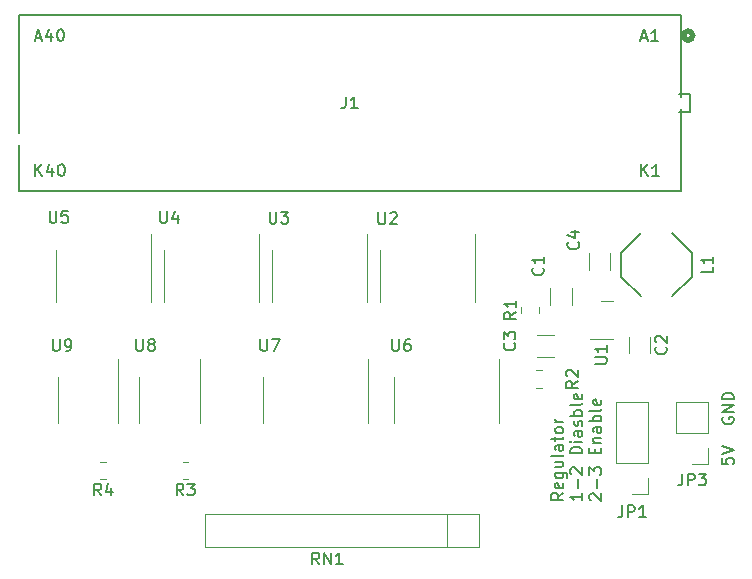
<source format=gto>
%TF.GenerationSoftware,KiCad,Pcbnew,7.0.8*%
%TF.CreationDate,2024-07-21T17:29:17-05:00*%
%TF.ProjectId,esdi_fmc,65736469-5f66-46d6-932e-6b696361645f,rev?*%
%TF.SameCoordinates,Original*%
%TF.FileFunction,Legend,Top*%
%TF.FilePolarity,Positive*%
%FSLAX46Y46*%
G04 Gerber Fmt 4.6, Leading zero omitted, Abs format (unit mm)*
G04 Created by KiCad (PCBNEW 7.0.8) date 2024-07-21 17:29:17*
%MOMM*%
%LPD*%
G01*
G04 APERTURE LIST*
%ADD10C,0.150000*%
%ADD11C,0.120000*%
%ADD12C,0.152400*%
%ADD13C,0.508000*%
G04 APERTURE END LIST*
D10*
X116827419Y-89763430D02*
X116827419Y-90239620D01*
X116827419Y-90239620D02*
X117303609Y-90287239D01*
X117303609Y-90287239D02*
X117255990Y-90239620D01*
X117255990Y-90239620D02*
X117208371Y-90144382D01*
X117208371Y-90144382D02*
X117208371Y-89906287D01*
X117208371Y-89906287D02*
X117255990Y-89811049D01*
X117255990Y-89811049D02*
X117303609Y-89763430D01*
X117303609Y-89763430D02*
X117398847Y-89715811D01*
X117398847Y-89715811D02*
X117636942Y-89715811D01*
X117636942Y-89715811D02*
X117732180Y-89763430D01*
X117732180Y-89763430D02*
X117779800Y-89811049D01*
X117779800Y-89811049D02*
X117827419Y-89906287D01*
X117827419Y-89906287D02*
X117827419Y-90144382D01*
X117827419Y-90144382D02*
X117779800Y-90239620D01*
X117779800Y-90239620D02*
X117732180Y-90287239D01*
X116827419Y-89430096D02*
X117827419Y-89096763D01*
X117827419Y-89096763D02*
X116827419Y-88763430D01*
X103380619Y-92690792D02*
X102904428Y-93024125D01*
X103380619Y-93262220D02*
X102380619Y-93262220D01*
X102380619Y-93262220D02*
X102380619Y-92881268D01*
X102380619Y-92881268D02*
X102428238Y-92786030D01*
X102428238Y-92786030D02*
X102475857Y-92738411D01*
X102475857Y-92738411D02*
X102571095Y-92690792D01*
X102571095Y-92690792D02*
X102713952Y-92690792D01*
X102713952Y-92690792D02*
X102809190Y-92738411D01*
X102809190Y-92738411D02*
X102856809Y-92786030D01*
X102856809Y-92786030D02*
X102904428Y-92881268D01*
X102904428Y-92881268D02*
X102904428Y-93262220D01*
X103333000Y-91881268D02*
X103380619Y-91976506D01*
X103380619Y-91976506D02*
X103380619Y-92166982D01*
X103380619Y-92166982D02*
X103333000Y-92262220D01*
X103333000Y-92262220D02*
X103237761Y-92309839D01*
X103237761Y-92309839D02*
X102856809Y-92309839D01*
X102856809Y-92309839D02*
X102761571Y-92262220D01*
X102761571Y-92262220D02*
X102713952Y-92166982D01*
X102713952Y-92166982D02*
X102713952Y-91976506D01*
X102713952Y-91976506D02*
X102761571Y-91881268D01*
X102761571Y-91881268D02*
X102856809Y-91833649D01*
X102856809Y-91833649D02*
X102952047Y-91833649D01*
X102952047Y-91833649D02*
X103047285Y-92309839D01*
X102713952Y-90976506D02*
X103523476Y-90976506D01*
X103523476Y-90976506D02*
X103618714Y-91024125D01*
X103618714Y-91024125D02*
X103666333Y-91071744D01*
X103666333Y-91071744D02*
X103713952Y-91166982D01*
X103713952Y-91166982D02*
X103713952Y-91309839D01*
X103713952Y-91309839D02*
X103666333Y-91405077D01*
X103333000Y-90976506D02*
X103380619Y-91071744D01*
X103380619Y-91071744D02*
X103380619Y-91262220D01*
X103380619Y-91262220D02*
X103333000Y-91357458D01*
X103333000Y-91357458D02*
X103285380Y-91405077D01*
X103285380Y-91405077D02*
X103190142Y-91452696D01*
X103190142Y-91452696D02*
X102904428Y-91452696D01*
X102904428Y-91452696D02*
X102809190Y-91405077D01*
X102809190Y-91405077D02*
X102761571Y-91357458D01*
X102761571Y-91357458D02*
X102713952Y-91262220D01*
X102713952Y-91262220D02*
X102713952Y-91071744D01*
X102713952Y-91071744D02*
X102761571Y-90976506D01*
X102713952Y-90071744D02*
X103380619Y-90071744D01*
X102713952Y-90500315D02*
X103237761Y-90500315D01*
X103237761Y-90500315D02*
X103333000Y-90452696D01*
X103333000Y-90452696D02*
X103380619Y-90357458D01*
X103380619Y-90357458D02*
X103380619Y-90214601D01*
X103380619Y-90214601D02*
X103333000Y-90119363D01*
X103333000Y-90119363D02*
X103285380Y-90071744D01*
X103380619Y-89452696D02*
X103333000Y-89547934D01*
X103333000Y-89547934D02*
X103237761Y-89595553D01*
X103237761Y-89595553D02*
X102380619Y-89595553D01*
X103380619Y-88643172D02*
X102856809Y-88643172D01*
X102856809Y-88643172D02*
X102761571Y-88690791D01*
X102761571Y-88690791D02*
X102713952Y-88786029D01*
X102713952Y-88786029D02*
X102713952Y-88976505D01*
X102713952Y-88976505D02*
X102761571Y-89071743D01*
X103333000Y-88643172D02*
X103380619Y-88738410D01*
X103380619Y-88738410D02*
X103380619Y-88976505D01*
X103380619Y-88976505D02*
X103333000Y-89071743D01*
X103333000Y-89071743D02*
X103237761Y-89119362D01*
X103237761Y-89119362D02*
X103142523Y-89119362D01*
X103142523Y-89119362D02*
X103047285Y-89071743D01*
X103047285Y-89071743D02*
X102999666Y-88976505D01*
X102999666Y-88976505D02*
X102999666Y-88738410D01*
X102999666Y-88738410D02*
X102952047Y-88643172D01*
X102713952Y-88309838D02*
X102713952Y-87928886D01*
X102380619Y-88166981D02*
X103237761Y-88166981D01*
X103237761Y-88166981D02*
X103333000Y-88119362D01*
X103333000Y-88119362D02*
X103380619Y-88024124D01*
X103380619Y-88024124D02*
X103380619Y-87928886D01*
X103380619Y-87452695D02*
X103333000Y-87547933D01*
X103333000Y-87547933D02*
X103285380Y-87595552D01*
X103285380Y-87595552D02*
X103190142Y-87643171D01*
X103190142Y-87643171D02*
X102904428Y-87643171D01*
X102904428Y-87643171D02*
X102809190Y-87595552D01*
X102809190Y-87595552D02*
X102761571Y-87547933D01*
X102761571Y-87547933D02*
X102713952Y-87452695D01*
X102713952Y-87452695D02*
X102713952Y-87309838D01*
X102713952Y-87309838D02*
X102761571Y-87214600D01*
X102761571Y-87214600D02*
X102809190Y-87166981D01*
X102809190Y-87166981D02*
X102904428Y-87119362D01*
X102904428Y-87119362D02*
X103190142Y-87119362D01*
X103190142Y-87119362D02*
X103285380Y-87166981D01*
X103285380Y-87166981D02*
X103333000Y-87214600D01*
X103333000Y-87214600D02*
X103380619Y-87309838D01*
X103380619Y-87309838D02*
X103380619Y-87452695D01*
X103380619Y-86690790D02*
X102713952Y-86690790D01*
X102904428Y-86690790D02*
X102809190Y-86643171D01*
X102809190Y-86643171D02*
X102761571Y-86595552D01*
X102761571Y-86595552D02*
X102713952Y-86500314D01*
X102713952Y-86500314D02*
X102713952Y-86405076D01*
X104990619Y-92738411D02*
X104990619Y-93309839D01*
X104990619Y-93024125D02*
X103990619Y-93024125D01*
X103990619Y-93024125D02*
X104133476Y-93119363D01*
X104133476Y-93119363D02*
X104228714Y-93214601D01*
X104228714Y-93214601D02*
X104276333Y-93309839D01*
X104609666Y-92309839D02*
X104609666Y-91547935D01*
X104085857Y-91119363D02*
X104038238Y-91071744D01*
X104038238Y-91071744D02*
X103990619Y-90976506D01*
X103990619Y-90976506D02*
X103990619Y-90738411D01*
X103990619Y-90738411D02*
X104038238Y-90643173D01*
X104038238Y-90643173D02*
X104085857Y-90595554D01*
X104085857Y-90595554D02*
X104181095Y-90547935D01*
X104181095Y-90547935D02*
X104276333Y-90547935D01*
X104276333Y-90547935D02*
X104419190Y-90595554D01*
X104419190Y-90595554D02*
X104990619Y-91166982D01*
X104990619Y-91166982D02*
X104990619Y-90547935D01*
X104990619Y-89357458D02*
X103990619Y-89357458D01*
X103990619Y-89357458D02*
X103990619Y-89119363D01*
X103990619Y-89119363D02*
X104038238Y-88976506D01*
X104038238Y-88976506D02*
X104133476Y-88881268D01*
X104133476Y-88881268D02*
X104228714Y-88833649D01*
X104228714Y-88833649D02*
X104419190Y-88786030D01*
X104419190Y-88786030D02*
X104562047Y-88786030D01*
X104562047Y-88786030D02*
X104752523Y-88833649D01*
X104752523Y-88833649D02*
X104847761Y-88881268D01*
X104847761Y-88881268D02*
X104943000Y-88976506D01*
X104943000Y-88976506D02*
X104990619Y-89119363D01*
X104990619Y-89119363D02*
X104990619Y-89357458D01*
X104990619Y-88357458D02*
X104323952Y-88357458D01*
X103990619Y-88357458D02*
X104038238Y-88405077D01*
X104038238Y-88405077D02*
X104085857Y-88357458D01*
X104085857Y-88357458D02*
X104038238Y-88309839D01*
X104038238Y-88309839D02*
X103990619Y-88357458D01*
X103990619Y-88357458D02*
X104085857Y-88357458D01*
X104990619Y-87452697D02*
X104466809Y-87452697D01*
X104466809Y-87452697D02*
X104371571Y-87500316D01*
X104371571Y-87500316D02*
X104323952Y-87595554D01*
X104323952Y-87595554D02*
X104323952Y-87786030D01*
X104323952Y-87786030D02*
X104371571Y-87881268D01*
X104943000Y-87452697D02*
X104990619Y-87547935D01*
X104990619Y-87547935D02*
X104990619Y-87786030D01*
X104990619Y-87786030D02*
X104943000Y-87881268D01*
X104943000Y-87881268D02*
X104847761Y-87928887D01*
X104847761Y-87928887D02*
X104752523Y-87928887D01*
X104752523Y-87928887D02*
X104657285Y-87881268D01*
X104657285Y-87881268D02*
X104609666Y-87786030D01*
X104609666Y-87786030D02*
X104609666Y-87547935D01*
X104609666Y-87547935D02*
X104562047Y-87452697D01*
X104943000Y-87024125D02*
X104990619Y-86928887D01*
X104990619Y-86928887D02*
X104990619Y-86738411D01*
X104990619Y-86738411D02*
X104943000Y-86643173D01*
X104943000Y-86643173D02*
X104847761Y-86595554D01*
X104847761Y-86595554D02*
X104800142Y-86595554D01*
X104800142Y-86595554D02*
X104704904Y-86643173D01*
X104704904Y-86643173D02*
X104657285Y-86738411D01*
X104657285Y-86738411D02*
X104657285Y-86881268D01*
X104657285Y-86881268D02*
X104609666Y-86976506D01*
X104609666Y-86976506D02*
X104514428Y-87024125D01*
X104514428Y-87024125D02*
X104466809Y-87024125D01*
X104466809Y-87024125D02*
X104371571Y-86976506D01*
X104371571Y-86976506D02*
X104323952Y-86881268D01*
X104323952Y-86881268D02*
X104323952Y-86738411D01*
X104323952Y-86738411D02*
X104371571Y-86643173D01*
X104990619Y-86166982D02*
X103990619Y-86166982D01*
X104371571Y-86166982D02*
X104323952Y-86071744D01*
X104323952Y-86071744D02*
X104323952Y-85881268D01*
X104323952Y-85881268D02*
X104371571Y-85786030D01*
X104371571Y-85786030D02*
X104419190Y-85738411D01*
X104419190Y-85738411D02*
X104514428Y-85690792D01*
X104514428Y-85690792D02*
X104800142Y-85690792D01*
X104800142Y-85690792D02*
X104895380Y-85738411D01*
X104895380Y-85738411D02*
X104943000Y-85786030D01*
X104943000Y-85786030D02*
X104990619Y-85881268D01*
X104990619Y-85881268D02*
X104990619Y-86071744D01*
X104990619Y-86071744D02*
X104943000Y-86166982D01*
X104990619Y-85119363D02*
X104943000Y-85214601D01*
X104943000Y-85214601D02*
X104847761Y-85262220D01*
X104847761Y-85262220D02*
X103990619Y-85262220D01*
X104943000Y-84357458D02*
X104990619Y-84452696D01*
X104990619Y-84452696D02*
X104990619Y-84643172D01*
X104990619Y-84643172D02*
X104943000Y-84738410D01*
X104943000Y-84738410D02*
X104847761Y-84786029D01*
X104847761Y-84786029D02*
X104466809Y-84786029D01*
X104466809Y-84786029D02*
X104371571Y-84738410D01*
X104371571Y-84738410D02*
X104323952Y-84643172D01*
X104323952Y-84643172D02*
X104323952Y-84452696D01*
X104323952Y-84452696D02*
X104371571Y-84357458D01*
X104371571Y-84357458D02*
X104466809Y-84309839D01*
X104466809Y-84309839D02*
X104562047Y-84309839D01*
X104562047Y-84309839D02*
X104657285Y-84786029D01*
X105695857Y-93309839D02*
X105648238Y-93262220D01*
X105648238Y-93262220D02*
X105600619Y-93166982D01*
X105600619Y-93166982D02*
X105600619Y-92928887D01*
X105600619Y-92928887D02*
X105648238Y-92833649D01*
X105648238Y-92833649D02*
X105695857Y-92786030D01*
X105695857Y-92786030D02*
X105791095Y-92738411D01*
X105791095Y-92738411D02*
X105886333Y-92738411D01*
X105886333Y-92738411D02*
X106029190Y-92786030D01*
X106029190Y-92786030D02*
X106600619Y-93357458D01*
X106600619Y-93357458D02*
X106600619Y-92738411D01*
X106219666Y-92309839D02*
X106219666Y-91547935D01*
X105600619Y-91166982D02*
X105600619Y-90547935D01*
X105600619Y-90547935D02*
X105981571Y-90881268D01*
X105981571Y-90881268D02*
X105981571Y-90738411D01*
X105981571Y-90738411D02*
X106029190Y-90643173D01*
X106029190Y-90643173D02*
X106076809Y-90595554D01*
X106076809Y-90595554D02*
X106172047Y-90547935D01*
X106172047Y-90547935D02*
X106410142Y-90547935D01*
X106410142Y-90547935D02*
X106505380Y-90595554D01*
X106505380Y-90595554D02*
X106553000Y-90643173D01*
X106553000Y-90643173D02*
X106600619Y-90738411D01*
X106600619Y-90738411D02*
X106600619Y-91024125D01*
X106600619Y-91024125D02*
X106553000Y-91119363D01*
X106553000Y-91119363D02*
X106505380Y-91166982D01*
X106076809Y-89357458D02*
X106076809Y-89024125D01*
X106600619Y-88881268D02*
X106600619Y-89357458D01*
X106600619Y-89357458D02*
X105600619Y-89357458D01*
X105600619Y-89357458D02*
X105600619Y-88881268D01*
X105933952Y-88452696D02*
X106600619Y-88452696D01*
X106029190Y-88452696D02*
X105981571Y-88405077D01*
X105981571Y-88405077D02*
X105933952Y-88309839D01*
X105933952Y-88309839D02*
X105933952Y-88166982D01*
X105933952Y-88166982D02*
X105981571Y-88071744D01*
X105981571Y-88071744D02*
X106076809Y-88024125D01*
X106076809Y-88024125D02*
X106600619Y-88024125D01*
X106600619Y-87119363D02*
X106076809Y-87119363D01*
X106076809Y-87119363D02*
X105981571Y-87166982D01*
X105981571Y-87166982D02*
X105933952Y-87262220D01*
X105933952Y-87262220D02*
X105933952Y-87452696D01*
X105933952Y-87452696D02*
X105981571Y-87547934D01*
X106553000Y-87119363D02*
X106600619Y-87214601D01*
X106600619Y-87214601D02*
X106600619Y-87452696D01*
X106600619Y-87452696D02*
X106553000Y-87547934D01*
X106553000Y-87547934D02*
X106457761Y-87595553D01*
X106457761Y-87595553D02*
X106362523Y-87595553D01*
X106362523Y-87595553D02*
X106267285Y-87547934D01*
X106267285Y-87547934D02*
X106219666Y-87452696D01*
X106219666Y-87452696D02*
X106219666Y-87214601D01*
X106219666Y-87214601D02*
X106172047Y-87119363D01*
X106600619Y-86643172D02*
X105600619Y-86643172D01*
X105981571Y-86643172D02*
X105933952Y-86547934D01*
X105933952Y-86547934D02*
X105933952Y-86357458D01*
X105933952Y-86357458D02*
X105981571Y-86262220D01*
X105981571Y-86262220D02*
X106029190Y-86214601D01*
X106029190Y-86214601D02*
X106124428Y-86166982D01*
X106124428Y-86166982D02*
X106410142Y-86166982D01*
X106410142Y-86166982D02*
X106505380Y-86214601D01*
X106505380Y-86214601D02*
X106553000Y-86262220D01*
X106553000Y-86262220D02*
X106600619Y-86357458D01*
X106600619Y-86357458D02*
X106600619Y-86547934D01*
X106600619Y-86547934D02*
X106553000Y-86643172D01*
X106600619Y-85595553D02*
X106553000Y-85690791D01*
X106553000Y-85690791D02*
X106457761Y-85738410D01*
X106457761Y-85738410D02*
X105600619Y-85738410D01*
X106553000Y-84833648D02*
X106600619Y-84928886D01*
X106600619Y-84928886D02*
X106600619Y-85119362D01*
X106600619Y-85119362D02*
X106553000Y-85214600D01*
X106553000Y-85214600D02*
X106457761Y-85262219D01*
X106457761Y-85262219D02*
X106076809Y-85262219D01*
X106076809Y-85262219D02*
X105981571Y-85214600D01*
X105981571Y-85214600D02*
X105933952Y-85119362D01*
X105933952Y-85119362D02*
X105933952Y-84928886D01*
X105933952Y-84928886D02*
X105981571Y-84833648D01*
X105981571Y-84833648D02*
X106076809Y-84786029D01*
X106076809Y-84786029D02*
X106172047Y-84786029D01*
X106172047Y-84786029D02*
X106267285Y-85262219D01*
X116875038Y-86312211D02*
X116827419Y-86407449D01*
X116827419Y-86407449D02*
X116827419Y-86550306D01*
X116827419Y-86550306D02*
X116875038Y-86693163D01*
X116875038Y-86693163D02*
X116970276Y-86788401D01*
X116970276Y-86788401D02*
X117065514Y-86836020D01*
X117065514Y-86836020D02*
X117255990Y-86883639D01*
X117255990Y-86883639D02*
X117398847Y-86883639D01*
X117398847Y-86883639D02*
X117589323Y-86836020D01*
X117589323Y-86836020D02*
X117684561Y-86788401D01*
X117684561Y-86788401D02*
X117779800Y-86693163D01*
X117779800Y-86693163D02*
X117827419Y-86550306D01*
X117827419Y-86550306D02*
X117827419Y-86455068D01*
X117827419Y-86455068D02*
X117779800Y-86312211D01*
X117779800Y-86312211D02*
X117732180Y-86264592D01*
X117732180Y-86264592D02*
X117398847Y-86264592D01*
X117398847Y-86264592D02*
X117398847Y-86455068D01*
X117827419Y-85836020D02*
X116827419Y-85836020D01*
X116827419Y-85836020D02*
X117827419Y-85264592D01*
X117827419Y-85264592D02*
X116827419Y-85264592D01*
X117827419Y-84788401D02*
X116827419Y-84788401D01*
X116827419Y-84788401D02*
X116827419Y-84550306D01*
X116827419Y-84550306D02*
X116875038Y-84407449D01*
X116875038Y-84407449D02*
X116970276Y-84312211D01*
X116970276Y-84312211D02*
X117065514Y-84264592D01*
X117065514Y-84264592D02*
X117255990Y-84216973D01*
X117255990Y-84216973D02*
X117398847Y-84216973D01*
X117398847Y-84216973D02*
X117589323Y-84264592D01*
X117589323Y-84264592D02*
X117684561Y-84312211D01*
X117684561Y-84312211D02*
X117779800Y-84407449D01*
X117779800Y-84407449D02*
X117827419Y-84550306D01*
X117827419Y-84550306D02*
X117827419Y-84788401D01*
X69265895Y-68847619D02*
X69265895Y-69657142D01*
X69265895Y-69657142D02*
X69313514Y-69752380D01*
X69313514Y-69752380D02*
X69361133Y-69800000D01*
X69361133Y-69800000D02*
X69456371Y-69847619D01*
X69456371Y-69847619D02*
X69646847Y-69847619D01*
X69646847Y-69847619D02*
X69742085Y-69800000D01*
X69742085Y-69800000D02*
X69789704Y-69752380D01*
X69789704Y-69752380D02*
X69837323Y-69657142D01*
X69837323Y-69657142D02*
X69837323Y-68847619D01*
X70742085Y-69180952D02*
X70742085Y-69847619D01*
X70503990Y-68800000D02*
X70265895Y-69514285D01*
X70265895Y-69514285D02*
X70884942Y-69514285D01*
X77749495Y-79693419D02*
X77749495Y-80502942D01*
X77749495Y-80502942D02*
X77797114Y-80598180D01*
X77797114Y-80598180D02*
X77844733Y-80645800D01*
X77844733Y-80645800D02*
X77939971Y-80693419D01*
X77939971Y-80693419D02*
X78130447Y-80693419D01*
X78130447Y-80693419D02*
X78225685Y-80645800D01*
X78225685Y-80645800D02*
X78273304Y-80598180D01*
X78273304Y-80598180D02*
X78320923Y-80502942D01*
X78320923Y-80502942D02*
X78320923Y-79693419D01*
X78701876Y-79693419D02*
X79368542Y-79693419D01*
X79368542Y-79693419D02*
X78939971Y-80693419D01*
X108386666Y-93765019D02*
X108386666Y-94479304D01*
X108386666Y-94479304D02*
X108339047Y-94622161D01*
X108339047Y-94622161D02*
X108243809Y-94717400D01*
X108243809Y-94717400D02*
X108100952Y-94765019D01*
X108100952Y-94765019D02*
X108005714Y-94765019D01*
X108862857Y-94765019D02*
X108862857Y-93765019D01*
X108862857Y-93765019D02*
X109243809Y-93765019D01*
X109243809Y-93765019D02*
X109339047Y-93812638D01*
X109339047Y-93812638D02*
X109386666Y-93860257D01*
X109386666Y-93860257D02*
X109434285Y-93955495D01*
X109434285Y-93955495D02*
X109434285Y-94098352D01*
X109434285Y-94098352D02*
X109386666Y-94193590D01*
X109386666Y-94193590D02*
X109339047Y-94241209D01*
X109339047Y-94241209D02*
X109243809Y-94288828D01*
X109243809Y-94288828D02*
X108862857Y-94288828D01*
X110386666Y-94765019D02*
X109815238Y-94765019D01*
X110100952Y-94765019D02*
X110100952Y-93765019D01*
X110100952Y-93765019D02*
X110005714Y-93907876D01*
X110005714Y-93907876D02*
X109910476Y-94003114D01*
X109910476Y-94003114D02*
X109815238Y-94050733D01*
X82713823Y-98749819D02*
X82380490Y-98273628D01*
X82142395Y-98749819D02*
X82142395Y-97749819D01*
X82142395Y-97749819D02*
X82523347Y-97749819D01*
X82523347Y-97749819D02*
X82618585Y-97797438D01*
X82618585Y-97797438D02*
X82666204Y-97845057D01*
X82666204Y-97845057D02*
X82713823Y-97940295D01*
X82713823Y-97940295D02*
X82713823Y-98083152D01*
X82713823Y-98083152D02*
X82666204Y-98178390D01*
X82666204Y-98178390D02*
X82618585Y-98226009D01*
X82618585Y-98226009D02*
X82523347Y-98273628D01*
X82523347Y-98273628D02*
X82142395Y-98273628D01*
X83142395Y-98749819D02*
X83142395Y-97749819D01*
X83142395Y-97749819D02*
X83713823Y-98749819D01*
X83713823Y-98749819D02*
X83713823Y-97749819D01*
X84713823Y-98749819D02*
X84142395Y-98749819D01*
X84428109Y-98749819D02*
X84428109Y-97749819D01*
X84428109Y-97749819D02*
X84332871Y-97892676D01*
X84332871Y-97892676D02*
X84237633Y-97987914D01*
X84237633Y-97987914D02*
X84142395Y-98035533D01*
X67233895Y-79693419D02*
X67233895Y-80502942D01*
X67233895Y-80502942D02*
X67281514Y-80598180D01*
X67281514Y-80598180D02*
X67329133Y-80645800D01*
X67329133Y-80645800D02*
X67424371Y-80693419D01*
X67424371Y-80693419D02*
X67614847Y-80693419D01*
X67614847Y-80693419D02*
X67710085Y-80645800D01*
X67710085Y-80645800D02*
X67757704Y-80598180D01*
X67757704Y-80598180D02*
X67805323Y-80502942D01*
X67805323Y-80502942D02*
X67805323Y-79693419D01*
X68424371Y-80121990D02*
X68329133Y-80074371D01*
X68329133Y-80074371D02*
X68281514Y-80026752D01*
X68281514Y-80026752D02*
X68233895Y-79931514D01*
X68233895Y-79931514D02*
X68233895Y-79883895D01*
X68233895Y-79883895D02*
X68281514Y-79788657D01*
X68281514Y-79788657D02*
X68329133Y-79741038D01*
X68329133Y-79741038D02*
X68424371Y-79693419D01*
X68424371Y-79693419D02*
X68614847Y-79693419D01*
X68614847Y-79693419D02*
X68710085Y-79741038D01*
X68710085Y-79741038D02*
X68757704Y-79788657D01*
X68757704Y-79788657D02*
X68805323Y-79883895D01*
X68805323Y-79883895D02*
X68805323Y-79931514D01*
X68805323Y-79931514D02*
X68757704Y-80026752D01*
X68757704Y-80026752D02*
X68710085Y-80074371D01*
X68710085Y-80074371D02*
X68614847Y-80121990D01*
X68614847Y-80121990D02*
X68424371Y-80121990D01*
X68424371Y-80121990D02*
X68329133Y-80169609D01*
X68329133Y-80169609D02*
X68281514Y-80217228D01*
X68281514Y-80217228D02*
X68233895Y-80312466D01*
X68233895Y-80312466D02*
X68233895Y-80502942D01*
X68233895Y-80502942D02*
X68281514Y-80598180D01*
X68281514Y-80598180D02*
X68329133Y-80645800D01*
X68329133Y-80645800D02*
X68424371Y-80693419D01*
X68424371Y-80693419D02*
X68614847Y-80693419D01*
X68614847Y-80693419D02*
X68710085Y-80645800D01*
X68710085Y-80645800D02*
X68757704Y-80598180D01*
X68757704Y-80598180D02*
X68805323Y-80502942D01*
X68805323Y-80502942D02*
X68805323Y-80312466D01*
X68805323Y-80312466D02*
X68757704Y-80217228D01*
X68757704Y-80217228D02*
X68710085Y-80169609D01*
X68710085Y-80169609D02*
X68614847Y-80121990D01*
X99388819Y-77382666D02*
X98912628Y-77715999D01*
X99388819Y-77954094D02*
X98388819Y-77954094D01*
X98388819Y-77954094D02*
X98388819Y-77573142D01*
X98388819Y-77573142D02*
X98436438Y-77477904D01*
X98436438Y-77477904D02*
X98484057Y-77430285D01*
X98484057Y-77430285D02*
X98579295Y-77382666D01*
X98579295Y-77382666D02*
X98722152Y-77382666D01*
X98722152Y-77382666D02*
X98817390Y-77430285D01*
X98817390Y-77430285D02*
X98865009Y-77477904D01*
X98865009Y-77477904D02*
X98912628Y-77573142D01*
X98912628Y-77573142D02*
X98912628Y-77954094D01*
X99388819Y-76430285D02*
X99388819Y-77001713D01*
X99388819Y-76715999D02*
X98388819Y-76715999D01*
X98388819Y-76715999D02*
X98531676Y-76811237D01*
X98531676Y-76811237D02*
X98626914Y-76906475D01*
X98626914Y-76906475D02*
X98674533Y-77001713D01*
X78536895Y-68898419D02*
X78536895Y-69707942D01*
X78536895Y-69707942D02*
X78584514Y-69803180D01*
X78584514Y-69803180D02*
X78632133Y-69850800D01*
X78632133Y-69850800D02*
X78727371Y-69898419D01*
X78727371Y-69898419D02*
X78917847Y-69898419D01*
X78917847Y-69898419D02*
X79013085Y-69850800D01*
X79013085Y-69850800D02*
X79060704Y-69803180D01*
X79060704Y-69803180D02*
X79108323Y-69707942D01*
X79108323Y-69707942D02*
X79108323Y-68898419D01*
X79489276Y-68898419D02*
X80108323Y-68898419D01*
X80108323Y-68898419D02*
X79774990Y-69279371D01*
X79774990Y-69279371D02*
X79917847Y-69279371D01*
X79917847Y-69279371D02*
X80013085Y-69326990D01*
X80013085Y-69326990D02*
X80060704Y-69374609D01*
X80060704Y-69374609D02*
X80108323Y-69469847D01*
X80108323Y-69469847D02*
X80108323Y-69707942D01*
X80108323Y-69707942D02*
X80060704Y-69803180D01*
X80060704Y-69803180D02*
X80013085Y-69850800D01*
X80013085Y-69850800D02*
X79917847Y-69898419D01*
X79917847Y-69898419D02*
X79632133Y-69898419D01*
X79632133Y-69898419D02*
X79536895Y-69850800D01*
X79536895Y-69850800D02*
X79489276Y-69803180D01*
X106076519Y-81762504D02*
X106886042Y-81762504D01*
X106886042Y-81762504D02*
X106981280Y-81714885D01*
X106981280Y-81714885D02*
X107028900Y-81667266D01*
X107028900Y-81667266D02*
X107076519Y-81572028D01*
X107076519Y-81572028D02*
X107076519Y-81381552D01*
X107076519Y-81381552D02*
X107028900Y-81286314D01*
X107028900Y-81286314D02*
X106981280Y-81238695D01*
X106981280Y-81238695D02*
X106886042Y-81191076D01*
X106886042Y-81191076D02*
X106076519Y-81191076D01*
X107076519Y-80191076D02*
X107076519Y-80762504D01*
X107076519Y-80476790D02*
X106076519Y-80476790D01*
X106076519Y-80476790D02*
X106219376Y-80572028D01*
X106219376Y-80572028D02*
X106314614Y-80667266D01*
X106314614Y-80667266D02*
X106362233Y-80762504D01*
X88900095Y-79693419D02*
X88900095Y-80502942D01*
X88900095Y-80502942D02*
X88947714Y-80598180D01*
X88947714Y-80598180D02*
X88995333Y-80645800D01*
X88995333Y-80645800D02*
X89090571Y-80693419D01*
X89090571Y-80693419D02*
X89281047Y-80693419D01*
X89281047Y-80693419D02*
X89376285Y-80645800D01*
X89376285Y-80645800D02*
X89423904Y-80598180D01*
X89423904Y-80598180D02*
X89471523Y-80502942D01*
X89471523Y-80502942D02*
X89471523Y-79693419D01*
X90376285Y-79693419D02*
X90185809Y-79693419D01*
X90185809Y-79693419D02*
X90090571Y-79741038D01*
X90090571Y-79741038D02*
X90042952Y-79788657D01*
X90042952Y-79788657D02*
X89947714Y-79931514D01*
X89947714Y-79931514D02*
X89900095Y-80121990D01*
X89900095Y-80121990D02*
X89900095Y-80502942D01*
X89900095Y-80502942D02*
X89947714Y-80598180D01*
X89947714Y-80598180D02*
X89995333Y-80645800D01*
X89995333Y-80645800D02*
X90090571Y-80693419D01*
X90090571Y-80693419D02*
X90281047Y-80693419D01*
X90281047Y-80693419D02*
X90376285Y-80645800D01*
X90376285Y-80645800D02*
X90423904Y-80598180D01*
X90423904Y-80598180D02*
X90471523Y-80502942D01*
X90471523Y-80502942D02*
X90471523Y-80264847D01*
X90471523Y-80264847D02*
X90423904Y-80169609D01*
X90423904Y-80169609D02*
X90376285Y-80121990D01*
X90376285Y-80121990D02*
X90281047Y-80074371D01*
X90281047Y-80074371D02*
X90090571Y-80074371D01*
X90090571Y-80074371D02*
X89995333Y-80121990D01*
X89995333Y-80121990D02*
X89947714Y-80169609D01*
X89947714Y-80169609D02*
X89900095Y-80264847D01*
X104620219Y-83224666D02*
X104144028Y-83557999D01*
X104620219Y-83796094D02*
X103620219Y-83796094D01*
X103620219Y-83796094D02*
X103620219Y-83415142D01*
X103620219Y-83415142D02*
X103667838Y-83319904D01*
X103667838Y-83319904D02*
X103715457Y-83272285D01*
X103715457Y-83272285D02*
X103810695Y-83224666D01*
X103810695Y-83224666D02*
X103953552Y-83224666D01*
X103953552Y-83224666D02*
X104048790Y-83272285D01*
X104048790Y-83272285D02*
X104096409Y-83319904D01*
X104096409Y-83319904D02*
X104144028Y-83415142D01*
X104144028Y-83415142D02*
X104144028Y-83796094D01*
X103715457Y-82843713D02*
X103667838Y-82796094D01*
X103667838Y-82796094D02*
X103620219Y-82700856D01*
X103620219Y-82700856D02*
X103620219Y-82462761D01*
X103620219Y-82462761D02*
X103667838Y-82367523D01*
X103667838Y-82367523D02*
X103715457Y-82319904D01*
X103715457Y-82319904D02*
X103810695Y-82272285D01*
X103810695Y-82272285D02*
X103905933Y-82272285D01*
X103905933Y-82272285D02*
X104048790Y-82319904D01*
X104048790Y-82319904D02*
X104620219Y-82891332D01*
X104620219Y-82891332D02*
X104620219Y-82272285D01*
X71221533Y-92919819D02*
X70888200Y-92443628D01*
X70650105Y-92919819D02*
X70650105Y-91919819D01*
X70650105Y-91919819D02*
X71031057Y-91919819D01*
X71031057Y-91919819D02*
X71126295Y-91967438D01*
X71126295Y-91967438D02*
X71173914Y-92015057D01*
X71173914Y-92015057D02*
X71221533Y-92110295D01*
X71221533Y-92110295D02*
X71221533Y-92253152D01*
X71221533Y-92253152D02*
X71173914Y-92348390D01*
X71173914Y-92348390D02*
X71126295Y-92396009D01*
X71126295Y-92396009D02*
X71031057Y-92443628D01*
X71031057Y-92443628D02*
X70650105Y-92443628D01*
X71554867Y-91919819D02*
X72173914Y-91919819D01*
X72173914Y-91919819D02*
X71840581Y-92300771D01*
X71840581Y-92300771D02*
X71983438Y-92300771D01*
X71983438Y-92300771D02*
X72078676Y-92348390D01*
X72078676Y-92348390D02*
X72126295Y-92396009D01*
X72126295Y-92396009D02*
X72173914Y-92491247D01*
X72173914Y-92491247D02*
X72173914Y-92729342D01*
X72173914Y-92729342D02*
X72126295Y-92824580D01*
X72126295Y-92824580D02*
X72078676Y-92872200D01*
X72078676Y-92872200D02*
X71983438Y-92919819D01*
X71983438Y-92919819D02*
X71697724Y-92919819D01*
X71697724Y-92919819D02*
X71602486Y-92872200D01*
X71602486Y-92872200D02*
X71554867Y-92824580D01*
X101654780Y-73648866D02*
X101702400Y-73696485D01*
X101702400Y-73696485D02*
X101750019Y-73839342D01*
X101750019Y-73839342D02*
X101750019Y-73934580D01*
X101750019Y-73934580D02*
X101702400Y-74077437D01*
X101702400Y-74077437D02*
X101607161Y-74172675D01*
X101607161Y-74172675D02*
X101511923Y-74220294D01*
X101511923Y-74220294D02*
X101321447Y-74267913D01*
X101321447Y-74267913D02*
X101178590Y-74267913D01*
X101178590Y-74267913D02*
X100988114Y-74220294D01*
X100988114Y-74220294D02*
X100892876Y-74172675D01*
X100892876Y-74172675D02*
X100797638Y-74077437D01*
X100797638Y-74077437D02*
X100750019Y-73934580D01*
X100750019Y-73934580D02*
X100750019Y-73839342D01*
X100750019Y-73839342D02*
X100797638Y-73696485D01*
X100797638Y-73696485D02*
X100845257Y-73648866D01*
X101750019Y-72696485D02*
X101750019Y-73267913D01*
X101750019Y-72982199D02*
X100750019Y-72982199D01*
X100750019Y-72982199D02*
X100892876Y-73077437D01*
X100892876Y-73077437D02*
X100988114Y-73172675D01*
X100988114Y-73172675D02*
X101035733Y-73267913D01*
X84975966Y-59154819D02*
X84975966Y-59869104D01*
X84975966Y-59869104D02*
X84928347Y-60011961D01*
X84928347Y-60011961D02*
X84833109Y-60107200D01*
X84833109Y-60107200D02*
X84690252Y-60154819D01*
X84690252Y-60154819D02*
X84595014Y-60154819D01*
X85975966Y-60154819D02*
X85404538Y-60154819D01*
X85690252Y-60154819D02*
X85690252Y-59154819D01*
X85690252Y-59154819D02*
X85595014Y-59297676D01*
X85595014Y-59297676D02*
X85499776Y-59392914D01*
X85499776Y-59392914D02*
X85404538Y-59440533D01*
X109971205Y-65869819D02*
X109971205Y-64869819D01*
X110542633Y-65869819D02*
X110114062Y-65298390D01*
X110542633Y-64869819D02*
X109971205Y-65441247D01*
X111495014Y-65869819D02*
X110923586Y-65869819D01*
X111209300Y-65869819D02*
X111209300Y-64869819D01*
X111209300Y-64869819D02*
X111114062Y-65012676D01*
X111114062Y-65012676D02*
X111018824Y-65107914D01*
X111018824Y-65107914D02*
X110923586Y-65155533D01*
X58695014Y-65869819D02*
X58695014Y-64869819D01*
X59266442Y-65869819D02*
X58837871Y-65298390D01*
X59266442Y-64869819D02*
X58695014Y-65441247D01*
X60123585Y-65203152D02*
X60123585Y-65869819D01*
X59885490Y-64822200D02*
X59647395Y-65536485D01*
X59647395Y-65536485D02*
X60266442Y-65536485D01*
X60837871Y-64869819D02*
X60933109Y-64869819D01*
X60933109Y-64869819D02*
X61028347Y-64917438D01*
X61028347Y-64917438D02*
X61075966Y-64965057D01*
X61075966Y-64965057D02*
X61123585Y-65060295D01*
X61123585Y-65060295D02*
X61171204Y-65250771D01*
X61171204Y-65250771D02*
X61171204Y-65488866D01*
X61171204Y-65488866D02*
X61123585Y-65679342D01*
X61123585Y-65679342D02*
X61075966Y-65774580D01*
X61075966Y-65774580D02*
X61028347Y-65822200D01*
X61028347Y-65822200D02*
X60933109Y-65869819D01*
X60933109Y-65869819D02*
X60837871Y-65869819D01*
X60837871Y-65869819D02*
X60742633Y-65822200D01*
X60742633Y-65822200D02*
X60695014Y-65774580D01*
X60695014Y-65774580D02*
X60647395Y-65679342D01*
X60647395Y-65679342D02*
X60599776Y-65488866D01*
X60599776Y-65488866D02*
X60599776Y-65250771D01*
X60599776Y-65250771D02*
X60647395Y-65060295D01*
X60647395Y-65060295D02*
X60695014Y-64965057D01*
X60695014Y-64965057D02*
X60742633Y-64917438D01*
X60742633Y-64917438D02*
X60837871Y-64869819D01*
X58718824Y-54154104D02*
X59195014Y-54154104D01*
X58623586Y-54439819D02*
X58956919Y-53439819D01*
X58956919Y-53439819D02*
X59290252Y-54439819D01*
X60052157Y-53773152D02*
X60052157Y-54439819D01*
X59814062Y-53392200D02*
X59575967Y-54106485D01*
X59575967Y-54106485D02*
X60195014Y-54106485D01*
X60766443Y-53439819D02*
X60861681Y-53439819D01*
X60861681Y-53439819D02*
X60956919Y-53487438D01*
X60956919Y-53487438D02*
X61004538Y-53535057D01*
X61004538Y-53535057D02*
X61052157Y-53630295D01*
X61052157Y-53630295D02*
X61099776Y-53820771D01*
X61099776Y-53820771D02*
X61099776Y-54058866D01*
X61099776Y-54058866D02*
X61052157Y-54249342D01*
X61052157Y-54249342D02*
X61004538Y-54344580D01*
X61004538Y-54344580D02*
X60956919Y-54392200D01*
X60956919Y-54392200D02*
X60861681Y-54439819D01*
X60861681Y-54439819D02*
X60766443Y-54439819D01*
X60766443Y-54439819D02*
X60671205Y-54392200D01*
X60671205Y-54392200D02*
X60623586Y-54344580D01*
X60623586Y-54344580D02*
X60575967Y-54249342D01*
X60575967Y-54249342D02*
X60528348Y-54058866D01*
X60528348Y-54058866D02*
X60528348Y-53820771D01*
X60528348Y-53820771D02*
X60575967Y-53630295D01*
X60575967Y-53630295D02*
X60623586Y-53535057D01*
X60623586Y-53535057D02*
X60671205Y-53487438D01*
X60671205Y-53487438D02*
X60766443Y-53439819D01*
X109995014Y-54154104D02*
X110471204Y-54154104D01*
X109899776Y-54439819D02*
X110233109Y-53439819D01*
X110233109Y-53439819D02*
X110566442Y-54439819D01*
X111423585Y-54439819D02*
X110852157Y-54439819D01*
X111137871Y-54439819D02*
X111137871Y-53439819D01*
X111137871Y-53439819D02*
X111042633Y-53582676D01*
X111042633Y-53582676D02*
X110947395Y-53677914D01*
X110947395Y-53677914D02*
X110852157Y-53725533D01*
X116050219Y-73547266D02*
X116050219Y-74023456D01*
X116050219Y-74023456D02*
X115050219Y-74023456D01*
X116050219Y-72690123D02*
X116050219Y-73261551D01*
X116050219Y-72975837D02*
X115050219Y-72975837D01*
X115050219Y-72975837D02*
X115193076Y-73071075D01*
X115193076Y-73071075D02*
X115288314Y-73166313D01*
X115288314Y-73166313D02*
X115335933Y-73261551D01*
X64265733Y-92919819D02*
X63932400Y-92443628D01*
X63694305Y-92919819D02*
X63694305Y-91919819D01*
X63694305Y-91919819D02*
X64075257Y-91919819D01*
X64075257Y-91919819D02*
X64170495Y-91967438D01*
X64170495Y-91967438D02*
X64218114Y-92015057D01*
X64218114Y-92015057D02*
X64265733Y-92110295D01*
X64265733Y-92110295D02*
X64265733Y-92253152D01*
X64265733Y-92253152D02*
X64218114Y-92348390D01*
X64218114Y-92348390D02*
X64170495Y-92396009D01*
X64170495Y-92396009D02*
X64075257Y-92443628D01*
X64075257Y-92443628D02*
X63694305Y-92443628D01*
X65122876Y-92253152D02*
X65122876Y-92919819D01*
X64884781Y-91872200D02*
X64646686Y-92586485D01*
X64646686Y-92586485D02*
X65265733Y-92586485D01*
X112057080Y-80339066D02*
X112104700Y-80386685D01*
X112104700Y-80386685D02*
X112152319Y-80529542D01*
X112152319Y-80529542D02*
X112152319Y-80624780D01*
X112152319Y-80624780D02*
X112104700Y-80767637D01*
X112104700Y-80767637D02*
X112009461Y-80862875D01*
X112009461Y-80862875D02*
X111914223Y-80910494D01*
X111914223Y-80910494D02*
X111723747Y-80958113D01*
X111723747Y-80958113D02*
X111580890Y-80958113D01*
X111580890Y-80958113D02*
X111390414Y-80910494D01*
X111390414Y-80910494D02*
X111295176Y-80862875D01*
X111295176Y-80862875D02*
X111199938Y-80767637D01*
X111199938Y-80767637D02*
X111152319Y-80624780D01*
X111152319Y-80624780D02*
X111152319Y-80529542D01*
X111152319Y-80529542D02*
X111199938Y-80386685D01*
X111199938Y-80386685D02*
X111247557Y-80339066D01*
X111247557Y-79958113D02*
X111199938Y-79910494D01*
X111199938Y-79910494D02*
X111152319Y-79815256D01*
X111152319Y-79815256D02*
X111152319Y-79577161D01*
X111152319Y-79577161D02*
X111199938Y-79481923D01*
X111199938Y-79481923D02*
X111247557Y-79434304D01*
X111247557Y-79434304D02*
X111342795Y-79386685D01*
X111342795Y-79386685D02*
X111438033Y-79386685D01*
X111438033Y-79386685D02*
X111580890Y-79434304D01*
X111580890Y-79434304D02*
X112152319Y-80005732D01*
X112152319Y-80005732D02*
X112152319Y-79386685D01*
X113466666Y-91072619D02*
X113466666Y-91786904D01*
X113466666Y-91786904D02*
X113419047Y-91929761D01*
X113419047Y-91929761D02*
X113323809Y-92025000D01*
X113323809Y-92025000D02*
X113180952Y-92072619D01*
X113180952Y-92072619D02*
X113085714Y-92072619D01*
X113942857Y-92072619D02*
X113942857Y-91072619D01*
X113942857Y-91072619D02*
X114323809Y-91072619D01*
X114323809Y-91072619D02*
X114419047Y-91120238D01*
X114419047Y-91120238D02*
X114466666Y-91167857D01*
X114466666Y-91167857D02*
X114514285Y-91263095D01*
X114514285Y-91263095D02*
X114514285Y-91405952D01*
X114514285Y-91405952D02*
X114466666Y-91501190D01*
X114466666Y-91501190D02*
X114419047Y-91548809D01*
X114419047Y-91548809D02*
X114323809Y-91596428D01*
X114323809Y-91596428D02*
X113942857Y-91596428D01*
X114847619Y-91072619D02*
X115466666Y-91072619D01*
X115466666Y-91072619D02*
X115133333Y-91453571D01*
X115133333Y-91453571D02*
X115276190Y-91453571D01*
X115276190Y-91453571D02*
X115371428Y-91501190D01*
X115371428Y-91501190D02*
X115419047Y-91548809D01*
X115419047Y-91548809D02*
X115466666Y-91644047D01*
X115466666Y-91644047D02*
X115466666Y-91882142D01*
X115466666Y-91882142D02*
X115419047Y-91977380D01*
X115419047Y-91977380D02*
X115371428Y-92025000D01*
X115371428Y-92025000D02*
X115276190Y-92072619D01*
X115276190Y-92072619D02*
X114990476Y-92072619D01*
X114990476Y-92072619D02*
X114895238Y-92025000D01*
X114895238Y-92025000D02*
X114847619Y-91977380D01*
X59893295Y-68822219D02*
X59893295Y-69631742D01*
X59893295Y-69631742D02*
X59940914Y-69726980D01*
X59940914Y-69726980D02*
X59988533Y-69774600D01*
X59988533Y-69774600D02*
X60083771Y-69822219D01*
X60083771Y-69822219D02*
X60274247Y-69822219D01*
X60274247Y-69822219D02*
X60369485Y-69774600D01*
X60369485Y-69774600D02*
X60417104Y-69726980D01*
X60417104Y-69726980D02*
X60464723Y-69631742D01*
X60464723Y-69631742D02*
X60464723Y-68822219D01*
X61417104Y-68822219D02*
X60940914Y-68822219D01*
X60940914Y-68822219D02*
X60893295Y-69298409D01*
X60893295Y-69298409D02*
X60940914Y-69250790D01*
X60940914Y-69250790D02*
X61036152Y-69203171D01*
X61036152Y-69203171D02*
X61274247Y-69203171D01*
X61274247Y-69203171D02*
X61369485Y-69250790D01*
X61369485Y-69250790D02*
X61417104Y-69298409D01*
X61417104Y-69298409D02*
X61464723Y-69393647D01*
X61464723Y-69393647D02*
X61464723Y-69631742D01*
X61464723Y-69631742D02*
X61417104Y-69726980D01*
X61417104Y-69726980D02*
X61369485Y-69774600D01*
X61369485Y-69774600D02*
X61274247Y-69822219D01*
X61274247Y-69822219D02*
X61036152Y-69822219D01*
X61036152Y-69822219D02*
X60940914Y-69774600D01*
X60940914Y-69774600D02*
X60893295Y-69726980D01*
X60172695Y-79693419D02*
X60172695Y-80502942D01*
X60172695Y-80502942D02*
X60220314Y-80598180D01*
X60220314Y-80598180D02*
X60267933Y-80645800D01*
X60267933Y-80645800D02*
X60363171Y-80693419D01*
X60363171Y-80693419D02*
X60553647Y-80693419D01*
X60553647Y-80693419D02*
X60648885Y-80645800D01*
X60648885Y-80645800D02*
X60696504Y-80598180D01*
X60696504Y-80598180D02*
X60744123Y-80502942D01*
X60744123Y-80502942D02*
X60744123Y-79693419D01*
X61267933Y-80693419D02*
X61458409Y-80693419D01*
X61458409Y-80693419D02*
X61553647Y-80645800D01*
X61553647Y-80645800D02*
X61601266Y-80598180D01*
X61601266Y-80598180D02*
X61696504Y-80455323D01*
X61696504Y-80455323D02*
X61744123Y-80264847D01*
X61744123Y-80264847D02*
X61744123Y-79883895D01*
X61744123Y-79883895D02*
X61696504Y-79788657D01*
X61696504Y-79788657D02*
X61648885Y-79741038D01*
X61648885Y-79741038D02*
X61553647Y-79693419D01*
X61553647Y-79693419D02*
X61363171Y-79693419D01*
X61363171Y-79693419D02*
X61267933Y-79741038D01*
X61267933Y-79741038D02*
X61220314Y-79788657D01*
X61220314Y-79788657D02*
X61172695Y-79883895D01*
X61172695Y-79883895D02*
X61172695Y-80121990D01*
X61172695Y-80121990D02*
X61220314Y-80217228D01*
X61220314Y-80217228D02*
X61267933Y-80264847D01*
X61267933Y-80264847D02*
X61363171Y-80312466D01*
X61363171Y-80312466D02*
X61553647Y-80312466D01*
X61553647Y-80312466D02*
X61648885Y-80264847D01*
X61648885Y-80264847D02*
X61696504Y-80217228D01*
X61696504Y-80217228D02*
X61744123Y-80121990D01*
X87731695Y-68949219D02*
X87731695Y-69758742D01*
X87731695Y-69758742D02*
X87779314Y-69853980D01*
X87779314Y-69853980D02*
X87826933Y-69901600D01*
X87826933Y-69901600D02*
X87922171Y-69949219D01*
X87922171Y-69949219D02*
X88112647Y-69949219D01*
X88112647Y-69949219D02*
X88207885Y-69901600D01*
X88207885Y-69901600D02*
X88255504Y-69853980D01*
X88255504Y-69853980D02*
X88303123Y-69758742D01*
X88303123Y-69758742D02*
X88303123Y-68949219D01*
X88731695Y-69044457D02*
X88779314Y-68996838D01*
X88779314Y-68996838D02*
X88874552Y-68949219D01*
X88874552Y-68949219D02*
X89112647Y-68949219D01*
X89112647Y-68949219D02*
X89207885Y-68996838D01*
X89207885Y-68996838D02*
X89255504Y-69044457D01*
X89255504Y-69044457D02*
X89303123Y-69139695D01*
X89303123Y-69139695D02*
X89303123Y-69234933D01*
X89303123Y-69234933D02*
X89255504Y-69377790D01*
X89255504Y-69377790D02*
X88684076Y-69949219D01*
X88684076Y-69949219D02*
X89303123Y-69949219D01*
X99241780Y-80024266D02*
X99289400Y-80071885D01*
X99289400Y-80071885D02*
X99337019Y-80214742D01*
X99337019Y-80214742D02*
X99337019Y-80309980D01*
X99337019Y-80309980D02*
X99289400Y-80452837D01*
X99289400Y-80452837D02*
X99194161Y-80548075D01*
X99194161Y-80548075D02*
X99098923Y-80595694D01*
X99098923Y-80595694D02*
X98908447Y-80643313D01*
X98908447Y-80643313D02*
X98765590Y-80643313D01*
X98765590Y-80643313D02*
X98575114Y-80595694D01*
X98575114Y-80595694D02*
X98479876Y-80548075D01*
X98479876Y-80548075D02*
X98384638Y-80452837D01*
X98384638Y-80452837D02*
X98337019Y-80309980D01*
X98337019Y-80309980D02*
X98337019Y-80214742D01*
X98337019Y-80214742D02*
X98384638Y-80071885D01*
X98384638Y-80071885D02*
X98432257Y-80024266D01*
X98337019Y-79690932D02*
X98337019Y-79071885D01*
X98337019Y-79071885D02*
X98717971Y-79405218D01*
X98717971Y-79405218D02*
X98717971Y-79262361D01*
X98717971Y-79262361D02*
X98765590Y-79167123D01*
X98765590Y-79167123D02*
X98813209Y-79119504D01*
X98813209Y-79119504D02*
X98908447Y-79071885D01*
X98908447Y-79071885D02*
X99146542Y-79071885D01*
X99146542Y-79071885D02*
X99241780Y-79119504D01*
X99241780Y-79119504D02*
X99289400Y-79167123D01*
X99289400Y-79167123D02*
X99337019Y-79262361D01*
X99337019Y-79262361D02*
X99337019Y-79548075D01*
X99337019Y-79548075D02*
X99289400Y-79643313D01*
X99289400Y-79643313D02*
X99241780Y-79690932D01*
X104651980Y-71464466D02*
X104699600Y-71512085D01*
X104699600Y-71512085D02*
X104747219Y-71654942D01*
X104747219Y-71654942D02*
X104747219Y-71750180D01*
X104747219Y-71750180D02*
X104699600Y-71893037D01*
X104699600Y-71893037D02*
X104604361Y-71988275D01*
X104604361Y-71988275D02*
X104509123Y-72035894D01*
X104509123Y-72035894D02*
X104318647Y-72083513D01*
X104318647Y-72083513D02*
X104175790Y-72083513D01*
X104175790Y-72083513D02*
X103985314Y-72035894D01*
X103985314Y-72035894D02*
X103890076Y-71988275D01*
X103890076Y-71988275D02*
X103794838Y-71893037D01*
X103794838Y-71893037D02*
X103747219Y-71750180D01*
X103747219Y-71750180D02*
X103747219Y-71654942D01*
X103747219Y-71654942D02*
X103794838Y-71512085D01*
X103794838Y-71512085D02*
X103842457Y-71464466D01*
X104080552Y-70607323D02*
X104747219Y-70607323D01*
X103699600Y-70845418D02*
X104413885Y-71083513D01*
X104413885Y-71083513D02*
X104413885Y-70464466D01*
D11*
%TO.C,U4*%
X77666700Y-74348100D02*
X77666700Y-70748100D01*
X77666700Y-74348100D02*
X77666700Y-76548100D01*
X69596700Y-74348100D02*
X69596700Y-72148100D01*
X69596700Y-74348100D02*
X69596700Y-76548100D01*
%TO.C,U7*%
X86848700Y-84820600D02*
X86848700Y-81370600D01*
X86848700Y-84820600D02*
X86848700Y-86770600D01*
X77978700Y-84820600D02*
X77978700Y-82870600D01*
X77978700Y-84820600D02*
X77978700Y-86770600D01*
%TO.C,JP1*%
X110550000Y-92770000D02*
X109220000Y-92770000D01*
X110550000Y-91440000D02*
X110550000Y-92770000D01*
X110550000Y-90170000D02*
X110550000Y-85030000D01*
X110550000Y-90170000D02*
X107890000Y-90170000D01*
X110550000Y-85030000D02*
X107890000Y-85030000D01*
X107890000Y-90170000D02*
X107890000Y-85030000D01*
%TO.C,RN1*%
X96274300Y-97295000D02*
X96274300Y-94495000D01*
X96274300Y-94495000D02*
X73074300Y-94495000D01*
X93564300Y-97295000D02*
X93564300Y-94495000D01*
X73074300Y-97295000D02*
X96274300Y-97295000D01*
X73074300Y-94495000D02*
X73074300Y-97295000D01*
%TO.C,U8*%
X72629300Y-84820600D02*
X72629300Y-81370600D01*
X72629300Y-84820600D02*
X72629300Y-86770600D01*
X67509300Y-84820600D02*
X67509300Y-82870600D01*
X67509300Y-84820600D02*
X67509300Y-86770600D01*
%TO.C,R1*%
X99849000Y-77443064D02*
X99849000Y-76988936D01*
X101319000Y-77443064D02*
X101319000Y-76988936D01*
%TO.C,U3*%
X86804900Y-74348100D02*
X86804900Y-70748100D01*
X86804900Y-74348100D02*
X86804900Y-76548100D01*
X78734900Y-74348100D02*
X78734900Y-72148100D01*
X78734900Y-74348100D02*
X78734900Y-76548100D01*
%TO.C,U1*%
X105621700Y-79707600D02*
X107621700Y-79707600D01*
X106621700Y-76487600D02*
X107621700Y-76487600D01*
%TO.C,U6*%
X97948500Y-84831800D02*
X97948500Y-81381800D01*
X97948500Y-84831800D02*
X97948500Y-86781800D01*
X89078500Y-84831800D02*
X89078500Y-82881800D01*
X89078500Y-84831800D02*
X89078500Y-86781800D01*
%TO.C,R2*%
X101118936Y-82323000D02*
X101573064Y-82323000D01*
X101118936Y-83793000D02*
X101573064Y-83793000D01*
%TO.C,R3*%
X71615264Y-91550000D02*
X71161136Y-91550000D01*
X71615264Y-90080000D02*
X71161136Y-90080000D01*
%TO.C,C1*%
X102308100Y-76770652D02*
X102308100Y-75348148D01*
X104128100Y-76770652D02*
X104128100Y-75348148D01*
D12*
%TO.C,J1*%
X57293100Y-52232400D02*
X57293100Y-62242955D01*
X57293100Y-63253045D02*
X57293100Y-67167600D01*
X57293100Y-67167600D02*
X113325500Y-67167600D01*
X113198500Y-60462000D02*
X114087500Y-60462000D01*
X113325500Y-52232400D02*
X57293100Y-52232400D01*
X113325500Y-59194955D02*
X113325500Y-52232400D01*
X113325500Y-67167600D02*
X113325500Y-60205045D01*
X114087500Y-58938000D02*
X113198500Y-58938000D01*
X114087500Y-60462000D02*
X114087500Y-58938000D01*
D13*
X114341500Y-53985000D02*
G75*
G03*
X114341500Y-53985000I-381000J0D01*
G01*
D12*
%TO.C,L1*%
X109933860Y-76055060D02*
X108285400Y-74406600D01*
X108285400Y-74406600D02*
X108285400Y-72374600D01*
X114254400Y-74406600D02*
X112605940Y-76055060D01*
X108285400Y-72374600D02*
X109933860Y-70726140D01*
X114254400Y-72374600D02*
X114254400Y-74406600D01*
X112605940Y-70726140D02*
X114254400Y-72374600D01*
D11*
%TO.C,R4*%
X64659464Y-91550000D02*
X64205336Y-91550000D01*
X64659464Y-90080000D02*
X64205336Y-90080000D01*
%TO.C,C2*%
X110757500Y-79461148D02*
X110757500Y-80883652D01*
X108937500Y-79461148D02*
X108937500Y-80883652D01*
%TO.C,JP3*%
X115630000Y-90230000D02*
X114300000Y-90230000D01*
X115630000Y-88900000D02*
X115630000Y-90230000D01*
X115630000Y-87630000D02*
X115630000Y-85030000D01*
X115630000Y-87630000D02*
X112970000Y-87630000D01*
X115630000Y-85030000D02*
X112970000Y-85030000D01*
X112970000Y-87630000D02*
X112970000Y-85030000D01*
%TO.C,U5*%
X68481100Y-74348100D02*
X68481100Y-70748100D01*
X68481100Y-74348100D02*
X68481100Y-76548100D01*
X60411100Y-74348100D02*
X60411100Y-72148100D01*
X60411100Y-74348100D02*
X60411100Y-76548100D01*
%TO.C,U9*%
X65720500Y-84831800D02*
X65720500Y-81381800D01*
X65720500Y-84831800D02*
X65720500Y-86781800D01*
X60600500Y-84831800D02*
X60600500Y-82881800D01*
X60600500Y-84831800D02*
X60600500Y-86781800D01*
%TO.C,U2*%
X95943100Y-74363500D02*
X95943100Y-70763500D01*
X95943100Y-74363500D02*
X95943100Y-76563500D01*
X87873100Y-74363500D02*
X87873100Y-72163500D01*
X87873100Y-74363500D02*
X87873100Y-76563500D01*
%TO.C,C3*%
X102616052Y-81174000D02*
X101193548Y-81174000D01*
X102616052Y-79354000D02*
X101193548Y-79354000D01*
%TO.C,C4*%
X107353900Y-72399948D02*
X107353900Y-73822452D01*
X105533900Y-72399948D02*
X105533900Y-73822452D01*
%TD*%
M02*

</source>
